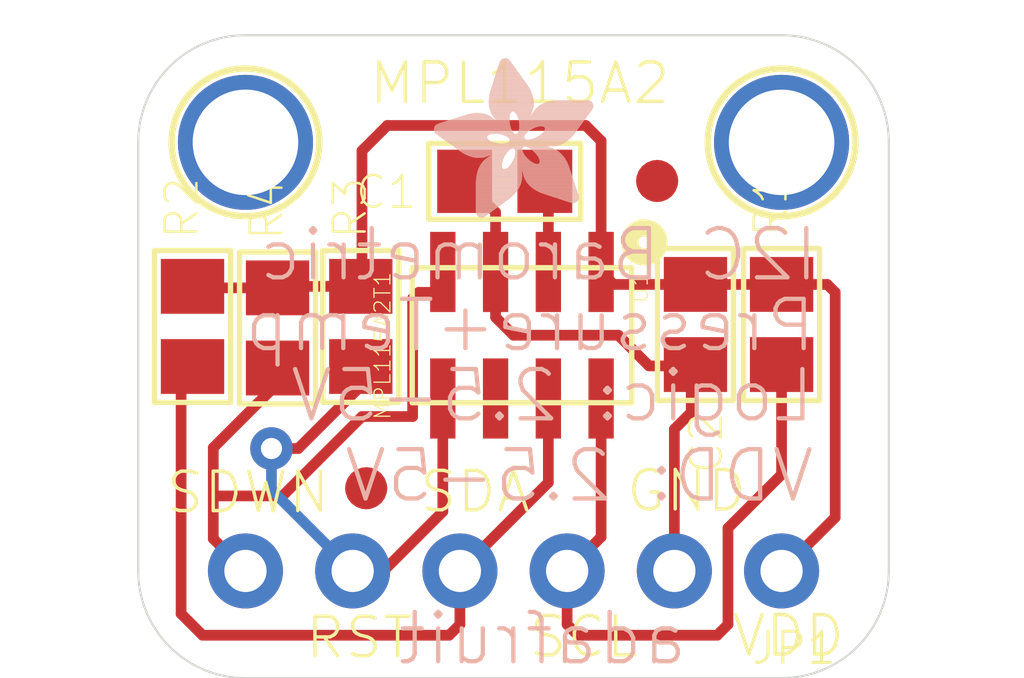
<source format=kicad_pcb>
(kicad_pcb (version 20211014) (generator pcbnew)
  (layers (0 "F.Cu" signal) (31 "B.Cu" signal) (34 "B.Paste" user) (35 "F.Paste" user) (36 "B.SilkS" user "B.Silkscreen") (37 "F.SilkS" user "F.Silkscreen") (38 "B.Mask" user) (39 "F.Mask" user) (44 "Edge.Cuts" user))
  (net 0 "")
  (net 1 "GND")
  (net 2 "VDD")
  (net 3 "SCL")
  (net 4 "SDA")
  (net 5 "RESET")
  (net 6 "SHDN")
  (net 7 "N$1")
  (footprint "boardEagle:0805" (layer "F.Cu") (at 142.9111 104.3236 90)
    (fp_text reference "R4" (at 2.032 -0.254 90) (layer "F.SilkS") (effects (font (size 0.752978 0.752978) (thickness 0.059822)) (justify left)))
    (fp_text value "10K")
    (pad "1" smd rect (at -0.95 0 90) (size 1.3 1.5) (layers "F.Cu" "F.Paste" "F.Mask") (net 6 "SHDN"))
    (pad "2" smd rect (at 0.95 0 90) (size 1.3 1.5) (layers "F.Cu" "F.Paste" "F.Mask") (net 2 "VDD"))
  )
  (footprint "boardEagle:MOUNTINGHOLE_2.5_PLATED" (layer "F.Cu") (at 154.8511 99.9236)
    (fp_text reference "U$9" hide)
    (fp_text value "MOUNTINGHOLE2.5" hide)
    (pad "P$1" thru_hole circle (at 0 0) (size 3.2 3.2) (drill 2.5) (layers *.Cu *.Mask))
  )
  (footprint "boardEagle:0805" (layer "F.Cu") (at 144.8831 104.2876 90)
    (fp_text reference "R3" (at 2.032 -0.254 90) (layer "F.SilkS") (effects (font (size 0.752978 0.752978) (thickness 0.059822)) (justify left)))
    (fp_text value "10K")
    (pad "1" smd rect (at -0.95 0 90) (size 1.3 1.5) (layers "F.Cu" "F.Paste" "F.Mask") (net 5 "RESET"))
    (pad "2" smd rect (at 0.95 0 90) (size 1.3 1.5) (layers "F.Cu" "F.Paste" "F.Mask") (net 2 "VDD"))
  )
  (footprint "boardEagle:0805" (layer "F.Cu") (at 152.8111 104.2416 -90)
    (fp_text reference "C2" (at 2.032 -0.254 90) (layer "F.SilkS") (effects (font (size 0.752978 0.752978) (thickness 0.059822)) (justify right)))
    (fp_text value "1µF")
    (pad "1" smd rect (at -0.95 0 270) (size 1.3 1.5) (layers "F.Cu" "F.Paste" "F.Mask") (net 2 "VDD"))
    (pad "2" smd rect (at 0.95 0 270) (size 1.3 1.5) (layers "F.Cu" "F.Paste" "F.Mask") (net 1 "GND"))
  )
  (footprint "boardEagle:0805" (layer "F.Cu") (at 148.2931 100.8476 180)
    (fp_text reference "C1" (at 2.032 -0.254) (layer "F.SilkS") (effects (font (size 0.752978 0.752978) (thickness 0.059822)) (justify right)))
    (fp_text value "1µF")
    (pad "1" smd rect (at -0.95 0 180) (size 1.3 1.5) (layers "F.Cu" "F.Paste" "F.Mask") (net 7 "N$1"))
    (pad "2" smd rect (at 0.95 0 180) (size 1.3 1.5) (layers "F.Cu" "F.Paste" "F.Mask") (net 1 "GND"))
  )
  (footprint "boardEagle:0805" (layer "F.Cu") (at 154.8511 104.2416 90)
    (fp_text reference "R1" (at 2.032 -0.254 90) (layer "F.SilkS") (effects (font (size 0.752978 0.752978) (thickness 0.059822)) (justify left)))
    (fp_text value "10K")
    (pad "1" smd rect (at -0.95 0 90) (size 1.3 1.5) (layers "F.Cu" "F.Paste" "F.Mask") (net 3 "SCL"))
    (pad "2" smd rect (at 0.95 0 90) (size 1.3 1.5) (layers "F.Cu" "F.Paste" "F.Mask") (net 2 "VDD"))
  )
  (footprint "boardEagle:FIDUCIAL_1MM" (layer "F.Cu") (at 151.9031 100.8396)
    (fp_text reference "FID2" hide)
    (fp_text value "FIDUCIAL\"\"" hide)
    (pad "1" smd roundrect (at 0 0) (size 1 1) (layers "F.Cu") (roundrect_rratio 0.5))
  )
  (footprint "boardEagle:0805" (layer "F.Cu") (at 140.8971 104.2876 90)
    (fp_text reference "R2" (at 2.032 -0.254 90) (layer "F.SilkS") (effects (font (size 0.752978 0.752978) (thickness 0.059822)) (justify left)))
    (fp_text value "10K")
    (pad "1" smd rect (at -0.95 0 90) (size 1.3 1.5) (layers "F.Cu" "F.Paste" "F.Mask") (net 4 "SDA"))
    (pad "2" smd rect (at 0.95 0 90) (size 1.3 1.5) (layers "F.Cu" "F.Paste" "F.Mask") (net 2 "VDD"))
  )
  (footprint "boardEagle:1X06_ROUND_70" (layer "F.Cu") (at 148.5011 110.0836 180)
    (fp_text reference "JP1" (at -7.6962 -1.8288) (layer "F.SilkS") (effects (font (size 0.739648 0.739648) (thickness 0.073152)) (justify right)))
    (fp_text value "")
    (pad "1" thru_hole circle (at -6.35 0 270) (size 1.778 1.778) (drill 1) (layers *.Cu *.Mask) (net 2 "VDD"))
    (pad "2" thru_hole circle (at -3.81 0 270) (size 1.778 1.778) (drill 1) (layers *.Cu *.Mask) (net 1 "GND"))
    (pad "3" thru_hole circle (at -1.27 0 270) (size 1.778 1.778) (drill 1) (layers *.Cu *.Mask) (net 3 "SCL"))
    (pad "4" thru_hole circle (at 1.27 0 270) (size 1.778 1.778) (drill 1) (layers *.Cu *.Mask) (net 4 "SDA"))
    (pad "5" thru_hole circle (at 3.81 0 270) (size 1.778 1.778) (drill 1) (layers *.Cu *.Mask) (net 5 "RESET"))
    (pad "6" thru_hole circle (at 6.35 0 270) (size 1.778 1.778) (drill 1) (layers *.Cu *.Mask) (net 6 "SHDN"))
  )
  (footprint "boardEagle:FIDUCIAL_1MM" (layer "F.Cu") (at 145.0111 108.1236)
    (fp_text reference "FID1" hide)
    (fp_text value "FIDUCIAL\"\"" hide)
    (pad "1" smd roundrect (at 0 0) (size 1 1) (layers "F.Cu") (roundrect_rratio 0.5))
  )
  (footprint "boardEagle:MOUNTINGHOLE_2.5_PLATED" (layer "F.Cu") (at 142.1511 99.9236)
    (fp_text reference "U$8" hide)
    (fp_text value "MOUNTINGHOLE2.5" hide)
    (pad "P$1" thru_hole circle (at 0 0) (size 3.2 3.2) (drill 2.5) (layers *.Cu *.Mask))
  )
  (footprint "boardEagle:LGA8" (layer "F.Cu") (at 148.7011 104.4956 -90)
    (fp_text reference "U1" (at -1.524 -2.794 90) (layer "F.SilkS") (effects (font (size 0.376489 0.376489) (thickness 0.029911)) (justify right)))
    (fp_text value "MPL115A2T1" (at -1.524 3.302 90) (layer "F.SilkS") (effects (font (size 0.376489 0.376489) (thickness 0.029911)) (justify right)))
    (pad "P$1" smd rect (at -1.5 -1.875 270) (size 1.9 0.6) (layers "F.Cu" "F.Paste" "F.Mask") (net 2 "VDD"))
    (pad "P$2" smd rect (at -1.5 -0.625 270) (size 1.9 0.6) (layers "F.Cu" "F.Paste" "F.Mask") (net 7 "N$1"))
    (pad "P$3" smd rect (at -1.5 0.625 270) (size 1.9 0.6) (layers "F.Cu" "F.Paste" "F.Mask") (net 1 "GND"))
    (pad "P$4" smd rect (at -1.5 1.875 270) (size 1.9 0.6) (layers "F.Cu" "F.Paste" "F.Mask") (net 6 "SHDN"))
    (pad "P$5" smd rect (at 1.5 1.875 270) (size 1.9 0.6) (layers "F.Cu" "F.Paste" "F.Mask") (net 5 "RESET"))
    (pad "P$6" smd rect (at 1.5 0.625 270) (size 1.9 0.6) (layers "F.Cu" "F.Paste" "F.Mask"))
    (pad "P$7" smd rect (at 1.5 -0.625 270) (size 1.9 0.6) (layers "F.Cu" "F.Paste" "F.Mask") (net 4 "SDA"))
    (pad "P$8" smd rect (at 1.5 -1.875 270) (size 1.9 0.6) (layers "F.Cu" "F.Paste" "F.Mask") (net 3 "SCL"))
  )
  (footprint "boardEagle:ADAFRUIT_3.5MM" (layer "B.Cu") (at 150.4111 101.7236 180)
    (fp_text reference "U$14" hide)
    (fp_text value "" hide)
  )
  (gr_arc (start 157.3911 110.0836) (mid 156.647151 111.879651) (end 154.8511 112.6236) (layer "Edge.Cuts") (width 0.05))
  (gr_arc (start 139.6111 99.9236) (mid 140.355049 98.127549) (end 142.1511 97.3836) (layer "Edge.Cuts") (width 0.05))
  (gr_line (start 142.1511 97.3836) (end 154.8511 97.3836) (layer "Edge.Cuts") (width 0.05))
  (gr_arc (start 142.1511 112.6236) (mid 140.355049 111.879651) (end 139.6111 110.0836) (layer "Edge.Cuts") (width 0.05))
  (gr_line (start 154.8511 112.6236) (end 142.1511 112.6236) (layer "Edge.Cuts") (width 0.05))
  (gr_line (start 157.3911 99.9236) (end 157.3911 110.0836) (layer "Edge.Cuts") (width 0.05))
  (gr_line (start 139.6111 110.0836) (end 139.6111 99.9236) (layer "Edge.Cuts") (width 0.05))
  (gr_arc (start 154.8511 97.3836) (mid 156.647151 98.127549) (end 157.3911 99.9236) (layer "Edge.Cuts") (width 0.05))
  (gr_text "VDD: 2.5-5V" (at 155.6891 108.5136) (layer "B.SilkS") (effects (font (size 1.1684 1.1684) (thickness 0.1016)) (justify left bottom mirror)))
  (gr_text "Pressure+Temp" (at 155.7191 104.9496) (layer "B.SilkS") (effects (font (size 1.1684 1.1684) (thickness 0.1016)) (justify left bottom mirror)))
  (gr_text "I2C Barometric" (at 155.7811 103.2716) (layer "B.SilkS") (effects (font (size 1.1684 1.1684) (thickness 0.1016)) (justify left bottom mirror)))
  (gr_text "Logic: 2.5-5V" (at 155.6891 106.6136) (layer "B.SilkS") (effects (font (size 1.1684 1.1684) (thickness 0.1016)) (justify left bottom mirror)))
  (gr_text "adafruit" (at 152.6811 112.3716) (layer "B.SilkS") (effects (font (size 1.1684 1.1684) (thickness 0.1016)) (justify left bottom mirror)))
  (gr_text "SCL" (at 148.8211 112.1916) (layer "F.SilkS") (effects (font (size 0.93472 0.93472) (thickness 0.08128)) (justify left bottom)))
  (gr_text "RST" (at 143.5211 112.2116) (layer "F.SilkS") (effects (font (size 0.93472 0.93472) (thickness 0.08128)) (justify left bottom)))
  (gr_text "SDA" (at 146.2211 108.7516) (layer "F.SilkS") (effects (font (size 0.93472 0.93472) (thickness 0.08128)) (justify left bottom)))
  (gr_text "VDD" (at 153.6211 112.1716) (layer "F.SilkS") (effects (font (size 0.93472 0.93472) (thickness 0.08128)) (justify left bottom)))
  (gr_text "GND" (at 151.1211 108.7316) (layer "F.SilkS") (effects (font (size 0.93472 0.93472) (thickness 0.08128)) (justify left bottom)))
  (gr_text "MPL115A2" (at 145.0371 99.0696) (layer "F.SilkS") (effects (font (size 0.93472 0.93472) (thickness 0.08128)) (justify left bottom)))
  (gr_text "SDWN" (at 140.2211 108.7716) (layer "F.SilkS") (effects (font (size 0.93472 0.93472) (thickness 0.08128)) (justify left bottom)))
  (segment (start 152.7111 105.2916) (end 152.8111 105.1916) (width 0.254) (layer "F.Cu") (net 1))
  (segment (start 148.0761 104.0706) (end 148.0761 102.9956) (width 0.254) (layer "F.Cu") (net 1))
  (segment (start 151.7111 105.2236) (end 152.7791 105.2236) (width 0.254) (layer "F.Cu") (net 1))
  (segment (start 152.7791 105.2236) (end 152.8111 105.1916) (width 0.254) (layer "F.Cu") (net 1))
  (segment (start 150.9831 104.4956) (end 151.7111 105.2236) (width 0.254) (layer "F.Cu") (net 1))
  (segment (start 148.0761 104.0706) (end 148.5011 104.4956) (width 0.254) (layer "F.Cu") (net 1))
  (segment (start 152.3111 106.7236) (end 152.7111 106.3236) (width 0.254) (layer "F.Cu") (net 1))
  (segment (start 152.7111 106.3236) (end 152.7111 105.2916) (width 0.254) (layer "F.Cu") (net 1))
  (segment (start 152.3111 110.0836) (end 152.3111 106.7236) (width 0.254) (layer "F.Cu") (net 1))
  (segment (start 148.0761 102.9956) (end 148.0761 101.5806) (width 0.254) (layer "F.Cu") (net 1))
  (segment (start 148.0761 101.5806) (end 147.3431 100.8476) (width 0.254) (layer "F.Cu") (net 1))
  (segment (start 148.5011 104.4956) (end 150.9831 104.4956) (width 0.254) (layer "F.Cu") (net 1))
  (segment (start 150.5761 99.8886) (end 150.2111 99.5236) (width 0.254) (layer "F.Cu") (net 2))
  (segment (start 156.1211 103.4796) (end 156.1211 108.8136) (width 0.254) (layer "F.Cu") (net 2))
  (segment (start 152.8111 103.2916) (end 154.8511 103.2916) (width 0.254) (layer "F.Cu") (net 2))
  (segment (start 142.9111 103.3736) (end 140.9331 103.3736) (width 0.254) (layer "F.Cu") (net 2))
  (segment (start 140.9331 103.3736) (end 140.8971 103.3376) (width 0.254) (layer "F.Cu") (net 2))
  (segment (start 154.8511 103.2916) (end 155.9331 103.2916) (width 0.254) (layer "F.Cu") (net 2))
  (segment (start 144.9111 100.1236) (end 144.9111 103.0096) (width 0.254) (layer "F.Cu") (net 2))
  (segment (start 156.1211 108.8136) (end 154.8511 110.0836) (width 0.254) (layer "F.Cu") (net 2))
  (segment (start 144.8831 103.3376) (end 142.9471 103.3376) (width 0.254) (layer "F.Cu") (net 2))
  (segment (start 144.9111 103.0096) (end 144.8831 103.0376) (width 0.254) (layer "F.Cu") (net 2))
  (segment (start 150.8721 103.2916) (end 152.8111 103.2916) (width 0.254) (layer "F.Cu") (net 2))
  (segment (start 145.5111 99.5236) (end 144.9111 100.1236) (width 0.254) (layer "F.Cu") (net 2))
  (segment (start 150.5761 102.9956) (end 150.8721 103.2916) (width 0.254) (layer "F.Cu") (net 2))
  (segment (start 150.2111 99.5236) (end 145.5111 99.5236) (width 0.254) (layer "F.Cu") (net 2))
  (segment (start 144.8831 103.0376) (end 144.8831 103.3376) (width 0.254) (layer "F.Cu") (net 2))
  (segment (start 142.9471 103.3376) (end 142.9111 103.3736) (width 0.254) (layer "F.Cu") (net 2))
  (segment (start 150.5761 102.9956) (end 150.5761 99.8886) (width 0.254) (layer "F.Cu") (net 2))
  (segment (start 155.9331 103.2916) (end 156.1211 103.4796) (width 0.254) (layer "F.Cu") (net 2))
  (segment (start 153.5811 109.0676) (end 153.5811 111.3536) (width 0.254) (layer "F.Cu") (net 3))
  (segment (start 150.0251 111.6076) (end 149.7711 111.3536) (width 0.254) (layer "F.Cu") (net 3))
  (segment (start 150.3761 109.4786) (end 149.7711 110.0836) (width 0.254) (layer "F.Cu") (net 3))
  (segment (start 154.8511 105.1916) (end 154.8511 107.7976) (width 0.254) (layer "F.Cu") (net 3))
  (segment (start 150.5761 109.2786) (end 150.3761 109.4786) (width 0.254) (layer "F.Cu") (net 3))
  (segment (start 153.3271 111.6076) (end 150.0251 111.6076) (width 0.254) (layer "F.Cu") (net 3))
  (segment (start 153.5811 111.3536) (end 153.3271 111.6076) (width 0.254) (layer "F.Cu") (net 3))
  (segment (start 149.7711 111.3536) (end 149.7711 110.0836) (width 0.254) (layer "F.Cu") (net 3))
  (segment (start 154.8511 107.7976) (end 153.5811 109.0676) (width 0.254) (layer "F.Cu") (net 3))
  (segment (start 150.5761 105.9956) (end 150.5761 109.2786) (width 0.254) (layer "F.Cu") (net 3))
  (segment (start 140.8971 105.5076) (end 140.8971 105.2376) (width 0.254) (layer "F.Cu") (net 4))
  (segment (start 141.1351 111.6076) (end 140.6271 111.0996) (width 0.254) (layer "F.Cu") (net 4))
  (segment (start 140.6271 105.2076) (end 140.8811 105.2076) (width 0.4064) (layer "F.Cu") (net 4))
  (segment (start 149.3261 105.9956) (end 149.3261 107.9886) (width 0.254) (layer "F.Cu") (net 4))
  (segment (start 140.8811 105.2376) (end 140.8811 105.2576) (width 0.254) (layer "F.Cu") (net 4))
  (segment (start 140.6271 105.5076) (end 140.8971 105.5076) (width 0.254) (layer "F.Cu") (net 4))
  (segment (start 146.9771 111.6076) (end 141.1351 111.6076) (width 0.254) (layer "F.Cu") (net 4))
  (segment (start 149.3261 107.9886) (end 147.2311 110.0836) (width 0.254) (layer "F.Cu") (net 4))
  (segment (start 147.2311 111.3536) (end 146.9771 111.6076) (width 0.254) (layer "F.Cu") (net 4))
  (segment (start 140.8971 105.2376) (end 140.8811 105.2376) (width 0.254) (layer "F.Cu") (net 4))
  (segment (start 140.6271 111.0996) (end 140.6271 105.5076) (width 0.254) (layer "F.Cu") (net 4))
  (segment (start 147.2311 110.0836) (end 147.2311 111.3536) (width 0.254) (layer "F.Cu") (net 4))
  (segment (start 140.8811 105.2076) (end 140.8811 105.2576) (width 0.4064) (layer "F.Cu") (net 4))
  (segment (start 144.8181 105.3026) (end 144.8831 105.2376) (width 0.254) (layer "F.Cu") (net 5))
  (segment (start 146.8261 108.6786) (end 145.4211 110.0836) (width 0.254) (layer "F.Cu") (net 5))
  (segment (start 145.4211 110.0836) (end 144.6911 110.0836) (width 0.254) (layer "F.Cu") (net 5))
  (segment (start 146.8261 105.9956) (end 146.8261 108.6786) (width 0.254) (layer "F.Cu") (net 5))
  (segment (start 144.8181 105.7656) (end 144.8181 105.3026) (width 0.254) (layer "F.Cu") (net 5))
  (segment (start 142.7671 107.1816) (end 143.4021 107.1816) (width 0.254) (layer "F.Cu") (net 5))
  (segment (start 144.8181 105.7656) (end 143.4021 107.1816) (width 0.254) (layer "F.Cu") (net 5))
  (via (at 142.7671 107.1816) (size 1.008) (drill 0.5) (layers "F.Cu" "B.Cu") (net 5))
  (segment (start 144.6911 110.0836) (end 142.7671 108.1596) (width 0.254) (layer "B.Cu") (net 5))
  (segment (start 142.7671 108.1596) (end 142.7671 107.1816) (width 0.254) (layer "B.Cu") (net 5))
  (segment (start 142.9111 105.6406) (end 142.9111 105.2736) (width 0.254) (layer "F.Cu") (net 6))
  (segment (start 141.3891 107.1626) (end 142.9111 105.6406) (width 0.254) (layer "F.Cu") (net 6))
  (segment (start 146.6101 103.4796) (end 146.2551 103.4796) (width 0.254) (layer "F.Cu") (net 6))
  (segment (start 143.0291 108.3056) (end 141.3891 108.3056) (width 0.254) (layer "F.Cu") (net 6))
  (segment (start 142.9111 105.4236) (end 142.9111 105.2736) (width 0.254) (layer "F.Cu") (net 6))
  (segment (start 141.3891 109.3216) (end 141.3891 108.3056) (width 0.254) (layer "F.Cu") (net 6))
  (segment (start 146.1111 106.4236) (end 144.9111 106.4236) (width 0.254) (layer "F.Cu") (net 6))
  (segment (start 141.3891 108.3056) (end 141.3891 107.1626) (width 0.254) (layer "F.Cu") (net 6))
  (segment (start 146.2551 103.4796) (end 146.1111 103.6236) (width 0.254) (layer "F.Cu") (net 6))
  (segment (start 146.8261 103.2636) (end 146.8261 102.9956) (width 0.254) (layer "F.Cu") (net 6))
  (segment (start 146.1111 103.6236) (end 146.1111 106.4236) (width 0.254) (layer "F.Cu") (net 6))
  (segment (start 146.6101 103.4796) (end 146.8261 103.2636) (width 0.254) (layer "F.Cu") (net 6))
  (segment (start 143.0291 108.3056) (end 144.9111 106.4236) (width 0.254) (layer "F.Cu") (net 6))
  (segment (start 142.1511 110.0836) (end 141.3891 109.3216) (width 0.254) (layer "F.Cu") (net 6))
  (segment (start 149.3261 100.9306) (end 149.2431 100.8476) (width 0.254) (layer "F.Cu") (net 7))
  (segment (start 149.3261 102.9956) (end 149.3261 100.9306) (width 0.254) (layer "F.Cu") (net 7))
)
</source>
